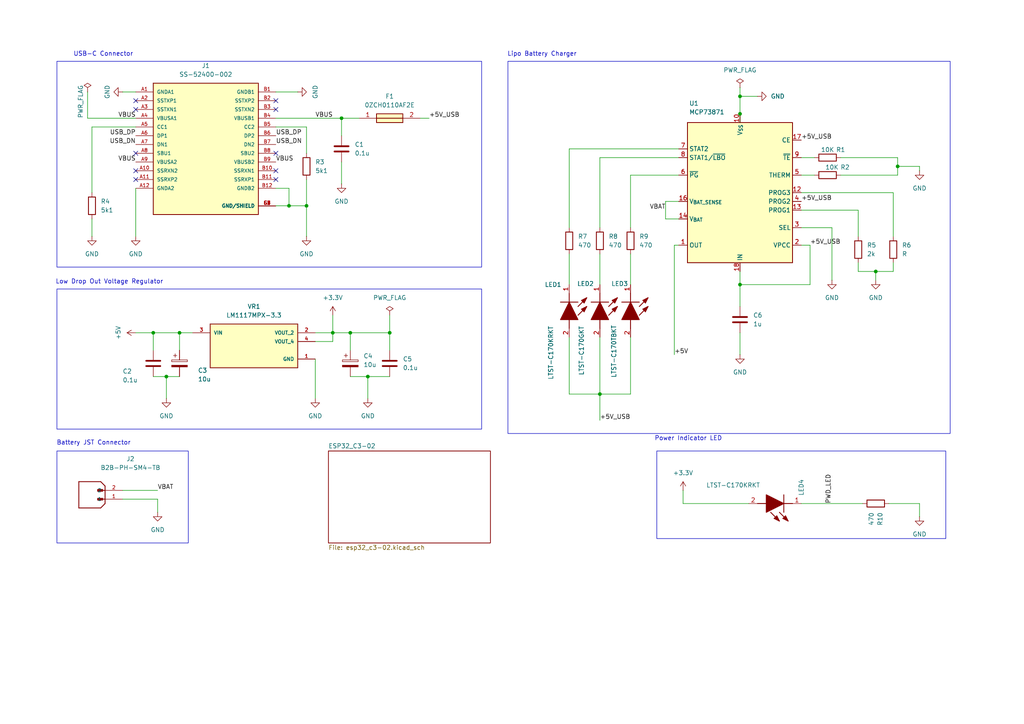
<source format=kicad_sch>
(kicad_sch (version 20250114) (generator "eeschema") (generator_version "9.0")
  (paper "A4")
  (title_block (title "ESP32 Sensor Board") (date "2025-04-18") (company "MCC") (comment 1 "test") (comment 2 "test2") (comment 3 "test3"))
  (lib_symbols
    (symbol "0ZCH0110AF2E:0ZCH0110AF2E" (pin_names (hide yes))
      (property "Reference" "F" (at 13.97 6.35 0))
      (property "Value" "0ZCH0110AF2E" (at 13.97 3.81 0))
      (symbol "0ZCH0110AF2E_1_1"
        (rectangle (start 5.08 1.27) (end 12.7 -1.27) (stroke (width 0.254)) (fill (type background)))
        (polyline (pts (xy 5.08 0) (xy 12.7 0)) (stroke (width 0.254)))
        (pin passive line (at 0 0 0) (length 5.08) (name "1") (number "1"))
        (pin passive line (at 17.78 0 180) (length 5.08) (name "2") (number "2"))
      )
    )
    (symbol "B2B-PH-SM4-TB:B2B-PH-SM4-TB" (pin_names (offset 1.016))
      (property "Reference" "J" (at 0 6.35 0))
      (property "Value" "B2B-PH-SM4-TB" (at 0 -5.08 0))
      (symbol "B2B-PH-SM4-TB_0_0"
        (polyline (pts (xy 0 3.81) (xy 0 2.54)) (stroke (width 0.254)))
        (polyline (pts (xy 0 3.81) (xy 1.27 5.08)) (stroke (width 0.254)))
        (polyline (pts (xy 0 2.54) (xy 0 -1.27)) (stroke (width 0.254)))
        (polyline (pts (xy 0 2.54) (xy 1.905 2.54)) (stroke (width 0.254)))
        (polyline (pts (xy 0 0) (xy 1.905 0)) (stroke (width 0.254)))
        (polyline (pts (xy 0 -1.27) (xy 1.27 -2.54)) (stroke (width 0.254)))
        (rectangle (start 0.635 2.2225) (end 2.2225 2.8575) (stroke (width 0.1)) (fill (type outline)))
        (rectangle (start 0.635 -0.3175) (end 2.2225 0.3175) (stroke (width 0.1)) (fill (type outline)))
        (polyline (pts (xy 1.27 -2.54) (xy 7.62 -2.54)) (stroke (width 0.254)))
        (polyline (pts (xy 7.62 5.08) (xy 1.27 5.08)) (stroke (width 0.254)))
        (polyline (pts (xy 7.62 -2.54) (xy 7.62 5.08)) (stroke (width 0.254)))
        (pin passive line (at -5.08 2.54 0) (length 5.08) (name "1") (number "1"))
        (pin passive line (at -5.08 0 0) (length 5.08) (name "2") (number "2"))
      )
    )
    (symbol "Battery_Management:MCP73871"
      (property "Reference" "U" (at -7.62 24.13 0))
      (property "Value" "MCP73871" (at -15.24 21.59 0))
      (symbol "MCP73871_0_1"
        (rectangle (start -15.24 20.32) (end 15.24 -20.32) (stroke (width 0.254)) (fill (type background)))
      )
      (symbol "MCP73871_1_1"
        (pin input line (at -17.78 15.24 0) (length 2.54) (name "VPCC") (number "2"))
        (pin input line (at -17.78 10.16 0) (length 2.54) (name "SEL") (number "3"))
        (pin bidirectional line (at -17.78 5.08 0) (length 2.54) (name "PROG1") (number "13"))
        (pin input line (at -17.78 2.54 0) (length 2.54) (name "PROG2") (number "4"))
        (pin bidirectional line (at -17.78 0 0) (length 2.54) (name "PROG3") (number "12"))
        (pin bidirectional line (at -17.78 -5.08 0) (length 2.54) (name "THERM") (number "5"))
        (pin input line (at -17.78 -10.16 0) (length 2.54) (name "~{TE}") (number "9"))
        (pin input line (at -17.78 -15.24 0) (length 2.54) (name "CE") (number "17"))
        (pin power_in line (at 0 22.86 270) (length 2.54) (name "IN") (number "18"))
        (pin passive line (at 0 22.86 270) (length 2.54) (hide yes) (name "IN") (number "19"))
        (pin power_in line (at 0 -22.86 90) (length 2.54) (name "V_{SS}") (number "10"))
        (pin passive line (at 0 -22.86 90) (length 2.54) (hide yes) (name "V_{SS}") (number "11"))
        (pin passive line (at 0 -22.86 90) (length 2.54) (hide yes) (name "V_{SS}") (number "21"))
        (pin power_out line (at 17.78 15.24 180) (length 2.54) (name "OUT") (number "1"))
        (pin passive line (at 17.78 15.24 180) (length 2.54) (hide yes) (name "OUT") (number "20"))
        (pin power_out line (at 17.78 7.62 180) (length 2.54) (name "V_{BAT}") (number "14"))
        (pin passive line (at 17.78 7.62 180) (length 2.54) (hide yes) (name "V_{BAT}") (number "15"))
        (pin input line (at 17.78 2.54 180) (length 2.54) (name "V_{BAT_SENSE}") (number "16"))
        (pin open_collector line (at 17.78 -5.08 180) (length 2.54) (name "~{PG}") (number "6"))
        (pin open_collector line (at 17.78 -10.16 180) (length 2.54) (name "STAT1/~{LBO}") (number "8"))
        (pin open_collector line (at 17.78 -12.7 180) (length 2.54) (name "STAT2") (number "7"))
      )
    )
    (symbol "Device:C" (pin_numbers (hide yes)) (pin_names (offset 0.254))
      (property "Reference" "C" (at 0.635 2.54 0))
      (property "Value" "C" (at 0.635 -2.54 0))
      (symbol "C_0_1"
        (polyline (pts (xy -2.032 0.762) (xy 2.032 0.762)) (stroke (width 0.508)))
        (polyline (pts (xy -2.032 -0.762) (xy 2.032 -0.762)) (stroke (width 0.508)))
      )
      (symbol "C_1_1"
        (pin passive line (at 0 3.81 270) (length 2.794) (name "~") (number "1"))
        (pin passive line (at 0 -3.81 90) (length 2.794) (name "~") (number "2"))
      )
    )
    (symbol "Device:C_Polarized" (pin_numbers (hide yes)) (pin_names (offset 0.254))
      (property "Reference" "C" (at 0.635 2.54 0))
      (property "Value" "C_Polarized" (at 0.635 -2.54 0))
      (symbol "C_Polarized_0_1"
        (rectangle (start -2.286 0.508) (end 2.286 1.016))
        (polyline (pts (xy -1.778 2.286) (xy -0.762 2.286)))
        (polyline (pts (xy -1.27 2.794) (xy -1.27 1.778)))
        (rectangle (start 2.286 -0.508) (end -2.286 -1.016) (fill (type outline)))
      )
      (symbol "C_Polarized_1_1"
        (pin passive line (at 0 3.81 270) (length 2.794) (name "~") (number "1"))
        (pin passive line (at 0 -3.81 90) (length 2.794) (name "~") (number "2"))
      )
    )
    (symbol "Device:R" (pin_numbers (hide yes)) (pin_names (offset 0))
      (property "Reference" "R" (at 2.032 0 90))
      (property "Value" "R" (at 0 0 90))
      (symbol "R_0_1"
        (rectangle (start -1.016 -2.54) (end 1.016 2.54) (stroke (width 0.254)))
      )
      (symbol "R_1_1"
        (pin passive line (at 0 3.81 270) (length 1.27) (name "~") (number "1"))
        (pin passive line (at 0 -3.81 90) (length 1.27) (name "~") (number "2"))
      )
    )
    (symbol "LM1117MPX-3.3:LM1117MPX-3.3" (pin_names (offset 1.016))
      (property "Reference" "VR" (at -12.7 6.08 0))
      (property "Value" "LM1117MPX-3.3" (at -12.7 -9.08 0))
      (symbol "LM1117MPX-3.3_0_0"
        (rectangle (start -12.7 -7.62) (end 12.7 5.08) (stroke (width 0.254)) (fill (type background)))
        (pin power_in line (at -17.78 2.54 0) (length 5.08) (name "VIN") (number "3"))
        (pin power_in line (at 17.78 2.54 180) (length 5.08) (name "VOUT_2") (number "2"))
        (pin power_in line (at 17.78 0 180) (length 5.08) (name "VOUT_4") (number "4"))
        (pin power_in line (at 17.78 -5.08 180) (length 5.08) (name "GND") (number "1"))
      )
    )
    (symbol "LTST-C170GKT:LTST-C170GKT" (pin_names (hide yes))
      (property "Reference" "LED" (at 12.7 8.89 0))
      (property "Value" "LTST-C170GKT" (at 12.7 6.35 0))
      (symbol "LTST-C170GKT_1_1"
        (polyline (pts (xy 2.54 0) (xy 5.08 0)) (stroke (width 0.254)))
        (polyline (pts (xy 5.08 2.54) (xy 5.08 -2.54)) (stroke (width 0.254)))
        (polyline (pts (xy 5.08 0) (xy 10.16 2.54) (xy 10.16 -2.54) (xy 5.08 0)) (stroke (width 0.254)) (fill (type outline)))
        (polyline (pts (xy 5.334 4.318) (xy 4.572 3.556) (xy 3.81 5.08) (xy 5.334 4.318)) (stroke (width 0.254)) (fill (type outline)))
        (polyline (pts (xy 6.35 2.54) (xy 3.81 5.08)) (stroke (width 0.254)))
        (polyline (pts (xy 7.874 4.318) (xy 7.112 3.556) (xy 6.35 5.08) (xy 7.874 4.318)) (stroke (width 0.254)) (fill (type outline)))
        (polyline (pts (xy 8.89 2.54) (xy 6.35 5.08)) (stroke (width 0.254)))
        (polyline (pts (xy 10.16 0) (xy 12.7 0)) (stroke (width 0.254)))
        (pin passive line (at 0 0 0) (length 2.54) (name "K") (number "1"))
        (pin passive line (at 15.24 0 180) (length 2.54) (name "A") (number "2"))
      )
    )
    (symbol "LTST-C170KRKT:LTST-C170KRKT" (pin_names (hide yes))
      (property "Reference" "LED" (at 12.7 8.89 0))
      (property "Value" "LTST-C170KRKT" (at 12.7 6.35 0))
      (symbol "LTST-C170KRKT_1_1"
        (polyline (pts (xy 2.54 0) (xy 5.08 0)) (stroke (width 0.254)))
        (polyline (pts (xy 5.08 2.54) (xy 5.08 -2.54)) (stroke (width 0.254)))
        (polyline (pts (xy 5.08 0) (xy 10.16 2.54) (xy 10.16 -2.54) (xy 5.08 0)) (stroke (width 0.254)) (fill (type outline)))
        (polyline (pts (xy 5.334 4.318) (xy 4.572 3.556) (xy 3.81 5.08) (xy 5.334 4.318)) (stroke (width 0.254)) (fill (type outline)))
        (polyline (pts (xy 6.35 2.54) (xy 3.81 5.08)) (stroke (width 0.254)))
        (polyline (pts (xy 7.874 4.318) (xy 7.112 3.556) (xy 6.35 5.08) (xy 7.874 4.318)) (stroke (width 0.254)) (fill (type outline)))
        (polyline (pts (xy 8.89 2.54) (xy 6.35 5.08)) (stroke (width 0.254)))
        (polyline (pts (xy 10.16 0) (xy 12.7 0)) (stroke (width 0.254)))
        (pin passive line (at 0 0 0) (length 2.54) (name "K") (number "1"))
        (pin passive line (at 15.24 0 180) (length 2.54) (name "A") (number "2"))
      )
    )
    (symbol "LTST-C170TBKT:LTST-C170TBKT" (pin_names (hide yes))
      (property "Reference" "LED" (at 12.7 8.89 0))
      (property "Value" "LTST-C170TBKT" (at 12.7 6.35 0))
      (symbol "LTST-C170TBKT_1_1"
        (polyline (pts (xy 2.54 0) (xy 5.08 0)) (stroke (width 0.254)))
        (polyline (pts (xy 5.08 2.54) (xy 5.08 -2.54)) (stroke (width 0.254)))
        (polyline (pts (xy 5.08 0) (xy 10.16 2.54) (xy 10.16 -2.54) (xy 5.08 0)) (stroke (width 0.254)) (fill (type outline)))
        (polyline (pts (xy 5.334 4.318) (xy 4.572 3.556) (xy 3.81 5.08) (xy 5.334 4.318)) (stroke (width 0.254)) (fill (type outline)))
        (polyline (pts (xy 6.35 2.54) (xy 3.81 5.08)) (stroke (width 0.254)))
        (polyline (pts (xy 7.874 4.318) (xy 7.112 3.556) (xy 6.35 5.08) (xy 7.874 4.318)) (stroke (width 0.254)) (fill (type outline)))
        (polyline (pts (xy 8.89 2.54) (xy 6.35 5.08)) (stroke (width 0.254)))
        (polyline (pts (xy 10.16 0) (xy 12.7 0)) (stroke (width 0.254)))
        (pin passive line (at 0 0 0) (length 2.54) (name "K") (number "1"))
        (pin passive line (at 15.24 0 180) (length 2.54) (name "A") (number "2"))
      )
    )
    (symbol "SS-52400-002:SS-52400-002" (pin_names (offset 1.016))
      (property "Reference" "J" (at -15.24 19.05 0))
      (property "Value" "SS-52400-002" (at -15.24 -22.86 0))
      (symbol "SS-52400-002_0_0"
        (rectangle (start -15.24 -20.32) (end 15.24 17.78) (stroke (width 0.254)) (fill (type background)))
        (pin power_in line (at -20.32 15.24 0) (length 5.08) (name "GNDA1") (number "A1"))
        (pin bidirectional line (at -20.32 12.7 0) (length 5.08) (name "SSTXP1") (number "A2"))
        (pin bidirectional line (at -20.32 10.16 0) (length 5.08) (name "SSTXN1") (number "A3"))
        (pin power_in line (at -20.32 7.62 0) (length 5.08) (name "VBUSA1") (number "A4"))
        (pin bidirectional line (at -20.32 5.08 0) (length 5.08) (name "CC1") (number "A5"))
        (pin bidirectional line (at -20.32 2.54 0) (length 5.08) (name "DP1") (number "A6"))
        (pin bidirectional line (at -20.32 0 0) (length 5.08) (name "DN1") (number "A7"))
        (pin bidirectional line (at -20.32 -2.54 0) (length 5.08) (name "SBU1") (number "A8"))
        (pin power_in line (at -20.32 -5.08 0) (length 5.08) (name "VBUSA2") (number "A9"))
        (pin bidirectional line (at -20.32 -7.62 0) (length 5.08) (name "SSRXN2") (number "A10"))
        (pin bidirectional line (at -20.32 -10.16 0) (length 5.08) (name "SSRXP2") (number "A11"))
        (pin power_in line (at -20.32 -12.7 0) (length 5.08) (name "GNDA2") (number "A12"))
        (pin power_in line (at 20.32 15.24 180) (length 5.08) (name "GNDB1") (number "B1"))
        (pin bidirectional line (at 20.32 12.7 180) (length 5.08) (name "SSTXP2") (number "B2"))
        (pin bidirectional line (at 20.32 10.16 180) (length 5.08) (name "SSTXN2") (number "B3"))
        (pin power_in line (at 20.32 7.62 180) (length 5.08) (name "VBUSB1") (number "B4"))
        (pin bidirectional line (at 20.32 5.08 180) (length 5.08) (name "CC2") (number "B5"))
        (pin bidirectional line (at 20.32 2.54 180) (length 5.08) (name "DP2") (number "B6"))
        (pin bidirectional line (at 20.32 0 180) (length 5.08) (name "DN2") (number "B7"))
        (pin bidirectional line (at 20.32 -2.54 180) (length 5.08) (name "SBU2") (number "B8"))
        (pin power_in line (at 20.32 -5.08 180) (length 5.08) (name "VBUSB2") (number "B9"))
        (pin bidirectional line (at 20.32 -7.62 180) (length 5.08) (name "SSRXN1") (number "B10"))
        (pin bidirectional line (at 20.32 -10.16 180) (length 5.08) (name "SSRXP1") (number "B11"))
        (pin power_in line (at 20.32 -12.7 180) (length 5.08) (name "GNDB2") (number "B12"))
        (pin power_in line (at 20.32 -17.78 180) (length 5.08) (name "GND/SHIELD") (number "G1"))
        (pin power_in line (at 20.32 -17.78 180) (length 5.08) (name "GND/SHIELD") (number "G2"))
        (pin power_in line (at 20.32 -17.78 180) (length 5.08) (name "GND/SHIELD") (number "G3"))
        (pin power_in line (at 20.32 -17.78 180) (length 5.08) (name "GND/SHIELD") (number "G4"))
        (pin power_in line (at 20.32 -17.78 180) (length 5.08) (name "GND/SHIELD") (number "S1"))
        (pin power_in line (at 20.32 -17.78 180) (length 5.08) (name "GND/SHIELD") (number "S2"))
        (pin power_in line (at 20.32 -17.78 180) (length 5.08) (name "GND/SHIELD") (number "S3"))
        (pin power_in line (at 20.32 -17.78 180) (length 5.08) (name "GND/SHIELD") (number "S4"))
      )
    )
    (symbol "power:+3.3V" (power) (pin_numbers (hide yes)) (pin_names (offset 0) (hide yes))
      (property "Value" "+3.3V" (at 0 3.556 0))
      (symbol "+3.3V_0_1"
        (polyline (pts (xy -0.762 1.27) (xy 0 2.54)))
        (polyline (pts (xy 0 2.54) (xy 0.762 1.27)))
        (polyline (pts (xy 0 0) (xy 0 2.54)))
      )
      (symbol "+3.3V_1_1"
        (pin power_in line (at 0 0 90) (length 0) (name "~") (number "1"))
      )
    )
    (symbol "power:+5V" (power) (pin_numbers (hide yes)) (pin_names (offset 0) (hide yes))
      (property "Value" "+5V" (at 0 3.556 0))
      (symbol "+5V_0_1"
        (polyline (pts (xy -0.762 1.27) (xy 0 2.54)))
        (polyline (pts (xy 0 2.54) (xy 0.762 1.27)))
        (polyline (pts (xy 0 0) (xy 0 2.54)))
      )
      (symbol "+5V_1_1"
        (pin power_in line (at 0 0 90) (length 0) (name "~") (number "1"))
      )
    )
    (symbol "power:GND" (power) (pin_numbers (hide yes)) (pin_names (offset 0) (hide yes))
      (property "Value" "GND" (at 0 -3.81 0))
      (symbol "GND_0_1"
        (polyline (pts (xy 0 0) (xy 0 -1.27) (xy 1.27 -1.27) (xy 0 -2.54) (xy -1.27 -1.27) (xy 0 -1.27)))
      )
      (symbol "GND_1_1"
        (pin power_in line (at 0 0 270) (length 0) (name "~") (number "1"))
      )
    )
    (symbol "power:PWR_FLAG" (power) (pin_numbers (hide yes)) (pin_names (offset 0) (hide yes))
      (property "Value" "PWR_FLAG" (at 0 3.81 0))
      (symbol "PWR_FLAG_0_0"
        (pin power_out line (at 0 0 90) (length 0) (name "~") (number "1"))
      )
      (symbol "PWR_FLAG_0_1"
        (polyline (pts (xy 0 0) (xy 0 1.27) (xy -1.016 1.905) (xy 0 2.54) (xy 1.016 1.905) (xy 0 1.27)))
      )
    )
  )
  (rectangle (start 16.51 83.82) (end 139.7 124.46))
  (rectangle (start 147.32 17.78) (end 275.59 125.73))
  (rectangle (start 16.51 130.81) (end 54.61 157.48))
  (rectangle (start 16.51 17.78) (end 139.7 77.47))
  (rectangle (start 190.5 130.81) (end 274.32 156.21))
  (text "Low Drop Out Voltage Regulator" (at 31.75 81.788 0) (effects (font (size 1.27 1.27))))
  (text "Battery JST Connector" (at 27.178 128.524 0) (effects (font (size 1.27 1.27))))
  (text "Power Indicator LED" (at 199.644 127.254 0) (effects (font (size 1.27 1.27))))
  (text "Lipo Battery Charger" (at 157.226 15.748 0) (effects (font (size 1.27 1.27))))
  (text "USB-C Connector" (at 29.972 15.748 0) (effects (font (size 1.27 1.27))))
  (junction (at 214.63 82.55))
  (junction (at 48.26 109.22))
  (junction (at 83.82 59.69))
  (junction (at 52.07 96.52))
  (junction (at 254 78.74))
  (junction (at 214.63 27.94))
  (junction (at 96.52 96.52))
  (junction (at 113.03 96.52))
  (junction (at 260.35 48.26))
  (junction (at 101.6 96.52))
  (junction (at 99.06 34.29))
  (junction (at 173.99 114.3))
  (junction (at 106.68 109.22))
  (junction (at 44.45 96.52))
  (junction (at 214.63 33.02))
  (junction (at 88.9 59.69))
  (no_connect (at 39.37 29.21))
  (no_connect (at 39.37 31.75))
  (no_connect (at 80.01 49.53))
  (no_connect (at 80.01 31.75))
  (no_connect (at 80.01 44.45))
  (no_connect (at 39.37 52.07))
  (no_connect (at 39.37 49.53))
  (no_connect (at 80.01 52.07))
  (no_connect (at 39.37 44.45))
  (no_connect (at 80.01 29.21))
  (wire (pts (xy 196.85 58.42) (xy 193.04 58.42)))
  (wire (pts (xy 113.03 91.44) (xy 113.03 96.52)))
  (wire (pts (xy 260.35 45.72) (xy 260.35 48.26)))
  (wire (pts (xy 173.99 73.66) (xy 173.99 82.55)))
  (wire (pts (xy 165.1 43.18) (xy 196.85 43.18)))
  (wire (pts (xy 182.88 97.79) (xy 182.88 114.3)))
  (wire (pts (xy 254 78.74) (xy 259.08 78.74)))
  (wire (pts (xy 259.08 55.88) (xy 259.08 68.58)))
  (wire (pts (xy 173.99 45.72) (xy 196.85 45.72)))
  (wire (pts (xy 26.67 55.88) (xy 26.67 36.83)))
  (wire (pts (xy 165.1 97.79) (xy 165.1 114.3)))
  (wire (pts (xy 259.08 78.74) (xy 259.08 76.2)))
  (wire (pts (xy 101.6 96.52) (xy 113.03 96.52)))
  (wire (pts (xy 83.82 59.69) (xy 88.9 59.69)))
  (wire (pts (xy 234.95 71.12) (xy 234.95 82.55)))
  (wire (pts (xy 121.92 34.29) (xy 124.46 34.29)))
  (wire (pts (xy 214.63 25.4) (xy 214.63 27.94)))
  (wire (pts (xy 214.63 35.56) (xy 214.63 33.02)))
  (wire (pts (xy 44.45 96.52) (xy 44.45 101.6)))
  (wire (pts (xy 101.6 109.22) (xy 106.68 109.22)))
  (wire (pts (xy 195.58 71.12) (xy 195.58 102.87)))
  (wire (pts (xy 198.12 146.05) (xy 217.17 146.05)))
  (wire (pts (xy 232.41 50.8) (xy 236.22 50.8)))
  (wire (pts (xy 214.63 96.52) (xy 214.63 102.87)))
  (wire (pts (xy 165.1 114.3) (xy 173.99 114.3)))
  (wire (pts (xy 248.92 78.74) (xy 254 78.74)))
  (wire (pts (xy 48.26 109.22) (xy 48.26 115.57)))
  (wire (pts (xy 214.63 78.74) (xy 214.63 82.55)))
  (wire (pts (xy 52.07 101.6) (xy 52.07 96.52)))
  (wire (pts (xy 250.19 146.05) (xy 232.41 146.05)))
  (wire (pts (xy 80.01 34.29) (xy 99.06 34.29)))
  (wire (pts (xy 173.99 121.92) (xy 173.99 114.3)))
  (wire (pts (xy 26.67 36.83) (xy 39.37 36.83)))
  (wire (pts (xy 26.67 63.5) (xy 26.67 68.58)))
  (wire (pts (xy 214.63 27.94) (xy 214.63 33.02)))
  (wire (pts (xy 198.12 146.05) (xy 198.12 142.24)))
  (wire (pts (xy 52.07 96.52) (xy 55.88 96.52)))
  (wire (pts (xy 173.99 114.3) (xy 173.99 97.79)))
  (wire (pts (xy 196.85 71.12) (xy 195.58 71.12)))
  (wire (pts (xy 232.41 45.72) (xy 236.22 45.72)))
  (wire (pts (xy 232.41 66.04) (xy 241.3 66.04)))
  (wire (pts (xy 44.45 96.52) (xy 52.07 96.52)))
  (wire (pts (xy 214.63 82.55) (xy 214.63 88.9)))
  (wire (pts (xy 165.1 73.66) (xy 165.1 82.55)))
  (wire (pts (xy 99.06 46.99) (xy 99.06 53.34)))
  (wire (pts (xy 83.82 54.61) (xy 83.82 59.69)))
  (wire (pts (xy 254 78.74) (xy 254 81.28)))
  (wire (pts (xy 257.81 146.05) (xy 266.7 146.05)))
  (wire (pts (xy 88.9 59.69) (xy 88.9 68.58)))
  (wire (pts (xy 193.04 63.5) (xy 196.85 63.5)))
  (wire (pts (xy 113.03 96.52) (xy 113.03 101.6)))
  (wire (pts (xy 88.9 44.45) (xy 88.9 36.83)))
  (wire (pts (xy 25.4 34.29) (xy 39.37 34.29)))
  (wire (pts (xy 39.37 54.61) (xy 39.37 68.58)))
  (wire (pts (xy 243.84 45.72) (xy 260.35 45.72)))
  (wire (pts (xy 106.68 109.22) (xy 113.03 109.22)))
  (wire (pts (xy 241.3 66.04) (xy 241.3 81.28)))
  (wire (pts (xy 243.84 50.8) (xy 260.35 50.8)))
  (wire (pts (xy 88.9 52.07) (xy 88.9 59.69)))
  (wire (pts (xy 193.04 58.42) (xy 193.04 63.5)))
  (wire (pts (xy 39.37 96.52) (xy 44.45 96.52)))
  (wire (pts (xy 96.52 99.06) (xy 96.52 96.52)))
  (wire (pts (xy 101.6 96.52) (xy 101.6 101.6)))
  (wire (pts (xy 260.35 48.26) (xy 260.35 50.8)))
  (wire (pts (xy 173.99 114.3) (xy 182.88 114.3)))
  (wire (pts (xy 48.26 109.22) (xy 52.07 109.22)))
  (wire (pts (xy 173.99 66.04) (xy 173.99 45.72)))
  (wire (pts (xy 182.88 50.8) (xy 196.85 50.8)))
  (wire (pts (xy 80.01 26.67) (xy 86.36 26.67)))
  (wire (pts (xy 234.95 71.12) (xy 232.41 71.12)))
  (wire (pts (xy 260.35 48.26) (xy 266.7 48.26)))
  (wire (pts (xy 266.7 49.53) (xy 266.7 48.26)))
  (wire (pts (xy 25.4 26.67) (xy 25.4 34.29)))
  (wire (pts (xy 106.68 109.22) (xy 106.68 115.57)))
  (wire (pts (xy 165.1 66.04) (xy 165.1 43.18)))
  (wire (pts (xy 248.92 60.96) (xy 248.92 68.58)))
  (wire (pts (xy 214.63 27.94) (xy 219.71 27.94)))
  (wire (pts (xy 96.52 91.44) (xy 96.52 96.52)))
  (wire (pts (xy 35.56 142.24) (xy 45.72 142.24)))
  (wire (pts (xy 80.01 54.61) (xy 83.82 54.61)))
  (wire (pts (xy 91.44 104.14) (xy 91.44 115.57)))
  (wire (pts (xy 45.72 144.78) (xy 45.72 148.59)))
  (wire (pts (xy 248.92 76.2) (xy 248.92 78.74)))
  (wire (pts (xy 35.56 144.78) (xy 45.72 144.78)))
  (wire (pts (xy 88.9 36.83) (xy 80.01 36.83)))
  (wire (pts (xy 91.44 99.06) (xy 96.52 99.06)))
  (wire (pts (xy 182.88 66.04) (xy 182.88 50.8)))
  (wire (pts (xy 99.06 34.29) (xy 99.06 39.37)))
  (wire (pts (xy 99.06 34.29) (xy 104.14 34.29)))
  (wire (pts (xy 44.45 109.22) (xy 48.26 109.22)))
  (wire (pts (xy 266.7 146.05) (xy 266.7 149.86)))
  (wire (pts (xy 96.52 96.52) (xy 101.6 96.52)))
  (wire (pts (xy 234.95 82.55) (xy 214.63 82.55)))
  (wire (pts (xy 182.88 73.66) (xy 182.88 82.55)))
  (wire (pts (xy 35.56 26.67) (xy 39.37 26.67)))
  (wire (pts (xy 91.44 96.52) (xy 96.52 96.52)))
  (wire (pts (xy 80.01 59.69) (xy 83.82 59.69)))
  (wire (pts (xy 232.41 55.88) (xy 259.08 55.88)))
  (wire (pts (xy 232.41 60.96) (xy 248.92 60.96)))
  (label "+5V_USB" (at 232.41 58.42 0))
  (label "USB_DP" (at 39.37 39.37 180))
  (label "+5V_USB" (at 124.46 34.29 0))
  (label "USB_DP" (at 80.01 39.37 0))
  (label "VBUS" (at 39.37 34.29 180))
  (label "+5V_USB" (at 173.99 121.92 0))
  (label "+5V" (at 195.58 102.87 0))
  (label "+5V_USB" (at 234.95 71.12 0))
  (label "+5V_USB" (at 232.41 40.64 0))
  (label "VBUS" (at 39.37 46.99 180))
  (label "VBUS" (at 91.44 34.29 0))
  (label "USB_DN" (at 39.37 41.91 180))
  (label "VBAT" (at 193.04 60.96 180))
  (label "PWD_LED" (at 241.3 146.05 90))
  (label "VBAT" (at 45.72 142.24 0))
  (label "VBUS" (at 80.01 46.99 0))
  (label "USB_DN" (at 80.01 41.91 0))
  (symbol (lib_id "power:GND") (at 91.44 115.57 0) (unit 1)
    (property "Reference" "#PWR014" (effects (hide yes)))
    (property "Value" "GND" (at 91.44 120.65 0))
    (property "Description" "Power symbol creates a global label with name \"GND\" , ground" (effects (hide yes)))
  )
  (symbol (lib_id "LM1117MPX-3.3:LM1117MPX-3.3") (at 73.66 99.06 0) (unit 1)
    (property "Reference" "VR1" (at 73.66 88.9 0))
    (property "Value" "LM1117MPX-3.3" (at 73.66 91.44 0))
    (property "Footprint" "LM1117MPX-3.3:VREG_LM1117MPX-3.3" (effects (hide yes)))
    (property "MF" "onsemi" (effects (hide yes)))
    (property "DESCRIPTION" "800-mA 15-V linear voltage regulator 4-SOT-223" (effects (hide yes)))
    (property "PACKAGE" "SOT-223-4 Texas Instruments" (effects (hide yes)))
    (property "PRICE" "None" (effects (hide yes)))
    (property "Package" "SOT-223-4 ON Semiconductor" (effects (hide yes)))
    (property "Check_prices" "https://www.snapeda.com/parts/LM1117MPX-33NOPB/Onsemi/view-part/?ref=eda" (effects (hide yes)))
    (property "Price" "None" (effects (hide yes)))
    (property "SnapEDA_Link" "https://www.snapeda.com/parts/LM1117MPX-33NOPB/Onsemi/view-part/?ref=snap" (effects (hide yes)))
    (property "MP" "LM1117MPX-33NOPB" (effects (hide yes)))
    (property "Description_1" "Linear Voltage Regulator IC Positive Fixed 1 Output 800mA SOT-223" (effects (hide yes)))
    (property "Availability" "In Stock" (effects (hide yes)))
    (property "AVAILABILITY" "Warning" (effects (hide yes)))
    (property "PURCHASE-URL" "https://pricing.snapeda.com/search/part/LM1117MPX-3.3/?ref=eda" (effects (hide yes)))
  )
  (symbol (lib_id "LTST-C170GKT:LTST-C170GKT") (at 173.99 82.55 270) (unit 1)
    (property "Reference" "LED2" (at 167.386 82.296 90) (effects (justify left)))
    (property "Value" "LTST-C170GKT" (at 168.656 94.488 0) (effects (justify left)))
    (property "Footprint" "LEDC2012X120N" (effects (hide yes)))
    (property "Datasheet" "https://mm.digikey.com/Volume0/opasdata/d220001/medias/docus/895/LTST-C170GKT.pdf" (effects (hide yes)))
    (property "Description" "LED,SMD,0805,Green,6mcd,130deg Lite-On LTST-C170GKT, CHIPLED 0805 Series Green LED, 569 nm 2012 (0805), Rectangle Lens SMD package" (effects (hide yes)))
    (property "Height" "1.2" (effects (hide yes)))
    (property "Manufacturer_Name" "Lite-On" (effects (hide yes)))
    (property "Manufacturer_Part_Number" "LTST-C170GKT" (effects (hide yes)))
    (property "Mouser Part Number" "859-LTST-C170GKT" (effects (hide yes)))
    (property "Mouser Price/Stock" "https://www.mouser.co.uk/ProductDetail/Lite-On/LTST-C170GKT?qs=%2FSqKn2EfXQSV5aRij3YIfQ%3D%3D" (effects (hide yes)))
    (property "Arrow Part Number" "LTST-C170GKT" (effects (hide yes)))
    (property "Arrow Price/Stock" "https://www.arrow.com/en/products/ltst-c170gkt/lite-on-technology?utm_currency=USD&region=nac" (effects (hide yes)))
  )
  (symbol (lib_id "Device:C_Polarized") (at 101.6 105.41 0) (unit 1)
    (property "Reference" "C4" (at 105.41 103.2509 0) (effects (justify left)))
    (property "Value" "10u" (at 105.41 105.7909 0) (effects (justify left)))
    (property "Description" "Polarized capacitor" (effects (hide yes)))
  )
  (symbol (lib_id "Device:C") (at 113.03 105.41 0) (unit 1)
    (property "Reference" "C5" (at 116.84 104.1399 0) (effects (justify left)))
    (property "Value" "0.1u" (at 116.84 106.6799 0) (effects (justify left)))
    (property "Description" "Unpolarized capacitor" (effects (hide yes)))
  )
  (symbol (lib_id "Device:R") (at 173.99 69.85 0) (unit 1)
    (property "Reference" "R8" (at 176.53 68.5799 0) (effects (justify left)))
    (property "Value" "470" (at 176.53 71.1199 0) (effects (justify left)))
    (property "Description" "Resistor" (effects (hide yes)))
  )
  (symbol (lib_id "power:GND") (at 254 81.28 0) (unit 1)
    (property "Reference" "#PWR02" (effects (hide yes)))
    (property "Value" "GND" (at 254 86.36 0))
    (property "Description" "Power symbol creates a global label with name \"GND\" , ground" (effects (hide yes)))
  )
  (symbol (lib_id "Device:C") (at 99.06 43.18 0) (unit 1)
    (property "Reference" "C1" (at 102.87 41.9099 0) (effects (justify left)))
    (property "Value" "0.1u" (at 102.87 44.4499 0) (effects (justify left)))
    (property "Description" "Unpolarized capacitor" (effects (hide yes)))
  )
  (symbol (lib_id "B2B-PH-SM4-TB:B2B-PH-SM4-TB") (at 30.48 142.24 180) (unit 1)
    (property "Reference" "J2" (at 37.846 133.096 0))
    (property "Value" "B2B-PH-SM4-TB" (at 37.846 135.636 0))
    (property "Footprint" "B2B-PH-SM4-TB:JST_B2B-PH-SM4-TB" (effects (hide yes)))
    (property "MF" "JST" (effects (hide yes)))
    (property "MAXIMUM_PACKAGE_HEIGHT" "6.6 mm" (effects (hide yes)))
    (property "Package" "NON STANDARD-2 JST" (effects (hide yes)))
    (property "Price" "None" (effects (hide yes)))
    (property "Check_prices" "https://www.snapeda.com/parts/B2B-PH-SM4-TB/JST/view-part/?ref=eda" (effects (hide yes)))
    (property "STANDARD" "Manufacturer Recommendations" (effects (hide yes)))
    (property "PARTREV" "N/A" (effects (hide yes)))
    (property "SnapEDA_Link" "https://www.snapeda.com/parts/B2B-PH-SM4-TB/JST/view-part/?ref=snap" (effects (hide yes)))
    (property "MP" "B2B-PH-SM4-TB" (effects (hide yes)))
    (property "Description_1" "Connector Header Surface Mount 2 position 0.079 (2.00mm)" (effects (hide yes)))
    (property "Availability" "In Stock" (effects (hide yes)))
    (property "MANUFACTURER" "JST" (effects (hide yes)))
  )
  (symbol (lib_id "Device:R") (at 88.9 48.26 0) (unit 1)
    (property "Reference" "R3" (at 91.44 46.9899 0) (effects (justify left)))
    (property "Value" "5k1" (at 91.44 49.5299 0) (effects (justify left)))
    (property "Description" "Resistor" (effects (hide yes)))
  )
  (symbol (lib_id "power:+3.3V") (at 198.12 142.24 0) (unit 1)
    (property "Reference" "#PWR017" (effects (hide yes)))
    (property "Value" "+3.3V" (at 198.12 137.16 0))
    (property "Description" "Power symbol creates a global label with name \"+3.3V\"" (effects (hide yes)))
  )
  (symbol (lib_id "Device:R") (at 240.03 50.8 90) (unit 1)
    (property "Reference" "R2" (at 245.11 48.514 90))
    (property "Value" "10K" (at 241.3 48.514 90))
    (property "Description" "Resistor" (effects (hide yes)))
  )
  (symbol (lib_id "power:GND") (at 45.72 148.59 0) (unit 1)
    (property "Reference" "#PWR016" (effects (hide yes)))
    (property "Value" "GND" (at 45.72 153.67 0))
    (property "Description" "Power symbol creates a global label with name \"GND\" , ground" (effects (hide yes)))
  )
  (symbol (lib_id "LTST-C170KRKT:LTST-C170KRKT") (at 232.41 146.05 180) (unit 1)
    (property "Reference" "LED4" (at 232.41 138.938 90) (effects (justify left)))
    (property "Value" "LTST-C170KRKT" (at 220.472 140.716 0) (effects (justify left)))
    (property "Footprint" "LEDC2012X120N" (effects (hide yes)))
    (property "Datasheet" "https://componentsearchengine.com/Datasheets/1/LTST-C170KRKT.pdf" (effects (hide yes)))
    (property "Description" "Standard LEDs - SMD Red Clear 631nm" (effects (hide yes)))
    (property "Height" "1.2" (effects (hide yes)))
    (property "Manufacturer_Name" "Lite-On" (effects (hide yes)))
    (property "Manufacturer_Part_Number" "LTST-C170KRKT" (effects (hide yes)))
    (property "Mouser Part Number" "859-LTST-C170KRKT" (effects (hide yes)))
    (property "Mouser Price/Stock" "https://www.mouser.co.uk/ProductDetail/Lite-On/LTST-C170KRKT?qs=NUb82WqeCyrVOID%2Fxt4rgA%3D%3D" (effects (hide yes)))
    (property "Arrow Part Number" "LTST-C170KRKT" (effects (hide yes)))
    (property "Arrow Price/Stock" "https://www.arrow.com/en/products/ltst-c170krkt/lite-on-technology?utm_currency=USD&region=nac" (effects (hide yes)))
  )
  (symbol (lib_id "power:PWR_FLAG") (at 25.4 26.67 0) (unit 1)
    (property "Reference" "#FLG03" (effects (hide yes)))
    (property "Value" "PWR_FLAG" (at 23.368 29.464 90))
    (property "Description" "Special symbol for telling ERC where power comes from" (effects (hide yes)))
  )
  (symbol (lib_id "power:GND") (at 39.37 68.58 0) (unit 1)
    (property "Reference" "#PWR05" (effects (hide yes)))
    (property "Value" "GND" (at 39.37 73.66 0))
    (property "Description" "Power symbol creates a global label with name \"GND\" , ground" (effects (hide yes)))
  )
  (symbol (lib_id "LTST-C170TBKT:LTST-C170TBKT") (at 182.88 82.55 270) (unit 1)
    (property "Reference" "LED3" (at 177.292 82.296 90) (effects (justify left)))
    (property "Value" "LTST-C170TBKT" (at 178.054 94.234 0) (effects (justify left)))
    (property "Footprint" "LEDC2012X120N" (effects (hide yes)))
    (property "Datasheet" "https://componentsearchengine.com/Datasheets/1/LTST-C170TBKT.pdf" (effects (hide yes)))
    (property "Description" "LED,SMD,0805,Blue,28mcd,130deg" (effects (hide yes)))
    (property "Height" "1.2" (effects (hide yes)))
    (property "Manufacturer_Name" "Lite-On" (effects (hide yes)))
    (property "Manufacturer_Part_Number" "LTST-C170TBKT" (effects (hide yes)))
    (property "Mouser Part Number" "859-LTST-C170TBKT" (effects (hide yes)))
    (property "Mouser Price/Stock" "https://www.mouser.co.uk/ProductDetail/Lite-On/LTST-C170TBKT?qs=0uL0gcxEMop2ooGmIUzw3A%3D%3D" (effects (hide yes)))
    (property "Arrow Part Number" "LTST-C170TBKT" (effects (hide yes)))
    (property "Arrow Price/Stock" "https://www.arrow.com/en/products/ltst-c170tbkt/lite-on-technology?utm_currency=USD&region=nac" (effects (hide yes)))
  )
  (symbol (lib_id "power:GND") (at 214.63 102.87 0) (unit 1)
    (property "Reference" "#PWR010" (effects (hide yes)))
    (property "Value" "GND" (at 214.63 107.95 0))
    (property "Description" "Power symbol creates a global label with name \"GND\" , ground" (effects (hide yes)))
  )
  (symbol (lib_id "power:GND") (at 99.06 53.34 0) (unit 1)
    (property "Reference" "#PWR08" (effects (hide yes)))
    (property "Value" "GND" (at 99.06 58.42 0))
    (property "Description" "Power symbol creates a global label with name \"GND\" , ground" (effects (hide yes)))
  )
  (symbol (lib_id "Device:R") (at 254 146.05 270) (unit 1)
    (property "Reference" "R10" (at 255.2701 148.59 0) (effects (justify left)))
    (property "Value" "470" (at 252.7301 148.59 0) (effects (justify left)))
    (property "Description" "Resistor" (effects (hide yes)))
  )
  (symbol (lib_id "SS-52400-002:SS-52400-002") (at 59.69 41.91 0) (unit 1)
    (property "Reference" "J1" (at 59.69 19.05 0))
    (property "Value" "SS-52400-002" (at 59.69 21.59 0))
    (property "Footprint" "SS-52400-002:BELFUSE_SS-52400-002" (effects (hide yes)))
    (property "MF" "Bel Fuse" (effects (hide yes)))
    (property "MAXIMUM_PACKAGE_HEIGHT" "2.96 mm" (effects (hide yes)))
    (property "Package" "None" (effects (hide yes)))
    (property "Price" "None" (effects (hide yes)))
    (property "Check_prices" "https://www.snapeda.com/parts/SS-52400-002/Bel+Circuit+Protection/view-part/?ref=eda" (effects (hide yes)))
    (property "STANDARD" "Manufacturer Recommendations" (effects (hide yes)))
    (property "PARTREV" "A0" (effects (hide yes)))
    (property "SnapEDA_Link" "https://www.snapeda.com/parts/SS-52400-002/Bel+Circuit+Protection/view-part/?ref=snap" (effects (hide yes)))
    (property "MP" "SS-52400-002" (effects (hide yes)))
    (property "Description_1" "USB Type-C Connector | USB 3.1 | 1 Port | Right Angle Receptacle | Shielded | 0.039 in (1.00mm) PCB Thickness" (effects (hide yes)))
    (property "Availability" "In Stock" (effects (hide yes)))
    (property "MANUFACTURER" "BelFuse" (effects (hide yes)))
  )
  (symbol (lib_id "Device:R") (at 26.67 59.69 0) (unit 1)
    (property "Reference" "R4" (at 29.21 58.4199 0) (effects (justify left)))
    (property "Value" "5k1" (at 29.21 60.9599 0) (effects (justify left)))
    (property "Description" "Resistor" (effects (hide yes)))
  )
  (symbol (lib_id "power:PWR_FLAG") (at 113.03 91.44 0) (unit 1)
    (property "Reference" "#FLG02" (effects (hide yes)))
    (property "Value" "PWR_FLAG" (at 113.03 86.36 0))
    (property "Description" "Special symbol for telling ERC where power comes from" (effects (hide yes)))
  )
  (symbol (lib_id "Device:R") (at 259.08 72.39 0) (unit 1)
    (property "Reference" "R6" (at 261.62 71.1199 0) (effects (justify left)))
    (property "Value" "R" (at 261.62 73.6599 0) (effects (justify left)))
    (property "Description" "Resistor" (effects (hide yes)))
  )
  (symbol (lib_id "power:GND") (at 26.67 68.58 0) (unit 1)
    (property "Reference" "#PWR04" (effects (hide yes)))
    (property "Value" "GND" (at 26.67 73.66 0))
    (property "Description" "Power symbol creates a global label with name \"GND\" , ground" (effects (hide yes)))
  )
  (symbol (lib_id "power:GND") (at 88.9 68.58 0) (unit 1)
    (property "Reference" "#PWR03" (effects (hide yes)))
    (property "Value" "GND" (at 88.9 73.66 0))
    (property "Description" "Power symbol creates a global label with name \"GND\" , ground" (effects (hide yes)))
  )
  (symbol (lib_id "power:GND") (at 266.7 49.53 0) (unit 1)
    (property "Reference" "#PWR01" (effects (hide yes)))
    (property "Value" "GND" (at 266.7 54.61 0))
    (property "Description" "Power symbol creates a global label with name \"GND\" , ground" (effects (hide yes)))
  )
  (symbol (lib_id "power:GND") (at 86.36 26.67 90) (unit 1)
    (property "Reference" "#PWR07" (effects (hide yes)))
    (property "Value" "GND" (at 91.44 26.67 0))
    (property "Description" "Power symbol creates a global label with name \"GND\" , ground" (effects (hide yes)))
  )
  (symbol (lib_id "Device:R") (at 182.88 69.85 0) (unit 1)
    (property "Reference" "R9" (at 185.42 68.5799 0) (effects (justify left)))
    (property "Value" "470" (at 185.42 71.1199 0) (effects (justify left)))
    (property "Description" "Resistor" (effects (hide yes)))
  )
  (symbol (lib_id "power:PWR_FLAG") (at 214.63 25.4 0) (unit 1)
    (property "Reference" "#FLG01" (effects (hide yes)))
    (property "Value" "PWR_FLAG" (at 214.63 20.32 0))
    (property "Description" "Special symbol for telling ERC where power comes from" (effects (hide yes)))
  )
  (symbol (lib_id "Device:R") (at 165.1 69.85 0) (unit 1)
    (property "Reference" "R7" (at 167.64 68.5799 0) (effects (justify left)))
    (property "Value" "470" (at 167.64 71.1199 0) (effects (justify left)))
    (property "Description" "Resistor" (effects (hide yes)))
  )
  (symbol (lib_id "Device:C_Polarized") (at 52.07 105.41 0) (unit 1)
    (property "Reference" "C3" (at 57.404 107.442 0) (effects (justify left)))
    (property "Value" "10u" (at 57.404 109.982 0) (effects (justify left)))
    (property "Description" "Polarized capacitor" (effects (hide yes)))
  )
  (symbol (lib_id "power:+5V") (at 39.37 96.52 90) (unit 1)
    (property "Reference" "#PWR015" (effects (hide yes)))
    (property "Value" "+5V" (at 34.29 96.52 0))
    (property "Description" "Power symbol creates a global label with name \"+5V\"" (effects (hide yes)))
  )
  (symbol (lib_id "Device:C") (at 44.45 105.41 0) (unit 1)
    (property "Reference" "C2" (at 35.56 107.696 0) (effects (justify left)))
    (property "Value" "0.1u" (at 35.56 110.236 0) (effects (justify left)))
    (property "Description" "Unpolarized capacitor" (effects (hide yes)))
  )
  (symbol (lib_id "power:GND") (at 48.26 115.57 0) (unit 1)
    (property "Reference" "#PWR011" (effects (hide yes)))
    (property "Value" "GND" (at 48.26 120.65 0))
    (property "Description" "Power symbol creates a global label with name \"GND\" , ground" (effects (hide yes)))
  )
  (symbol (lib_id "power:GND") (at 266.7 149.86 0) (unit 1)
    (property "Reference" "#PWR018" (effects (hide yes)))
    (property "Value" "GND" (at 266.7 154.94 0))
    (property "Description" "Power symbol creates a global label with name \"GND\" , ground" (effects (hide yes)))
  )
  (symbol (lib_id "power:GND") (at 35.56 26.67 270) (unit 1)
    (property "Reference" "#PWR06" (effects (hide yes)))
    (property "Value" "GND" (at 31.115 26.67 0))
    (property "Description" "Power symbol creates a global label with name \"GND\" , ground" (effects (hide yes)))
  )
  (symbol (lib_id "power:GND") (at 241.3 81.28 0) (unit 1)
    (property "Reference" "#PWR019" (effects (hide yes)))
    (property "Value" "GND" (at 241.3 86.36 0))
    (property "Description" "Power symbol creates a global label with name \"GND\" , ground" (effects (hide yes)))
  )
  (symbol (lib_id "0ZCH0110AF2E:0ZCH0110AF2E") (at 104.14 34.29 0) (unit 1)
    (property "Reference" "F1" (at 113.03 27.94 0))
    (property "Value" "0ZCH0110AF2E" (at 113.03 30.48 0))
    (property "Footprint" "FUSC3226X100N" (effects (hide yes)))
    (property "Datasheet" "https://www.belfuse.com/resources/datasheets/circuitprotection/ds-cp-0zch-series.pdf" (effects (hide yes)))
    (property "Description" "1210 SMT PPTC | 1.10 Ih | 16V" (effects (hide yes)))
    (property "Height" "1" (effects (hide yes)))
    (property "Manufacturer_Name" "Bel Circuit Protection" (effects (hide yes)))
    (property "Manufacturer_Part_Number" "0ZCH0110AF2E" (effects (hide yes)))
  )
  (symbol (lib_id "Device:C") (at 214.63 92.71 0) (unit 1)
    (property "Reference" "C6" (at 218.44 91.4399 0) (effects (justify left)))
    (property "Value" "1u" (at 218.44 93.9799 0) (effects (justify left)))
    (property "Description" "Unpolarized capacitor" (effects (hide yes)))
  )
  (symbol (lib_id "Device:R") (at 240.03 45.72 90) (unit 1)
    (property "Reference" "R1" (at 243.84 43.434 90))
    (property "Value" "10K" (at 240.03 43.434 90))
    (property "Description" "Resistor" (effects (hide yes)))
  )
  (symbol (lib_id "power:GND") (at 219.71 27.94 90) (unit 1)
    (property "Reference" "#PWR09" (effects (hide yes)))
    (property "Value" "GND" (at 223.52 27.9399 90) (effects (justify right)))
    (property "Description" "Power symbol creates a global label with name \"GND\" , ground" (effects (hide yes)))
  )
  (symbol (lib_id "LTST-C170KRKT:LTST-C170KRKT") (at 165.1 82.55 270) (unit 1)
    (property "Reference" "LED1" (at 157.988 82.55 90) (effects (justify left)))
    (property "Value" "LTST-C170KRKT" (at 159.766 94.488 0) (effects (justify left)))
    (property "Footprint" "LEDC2012X120N" (effects (hide yes)))
    (property "Datasheet" "https://componentsearchengine.com/Datasheets/1/LTST-C170KRKT.pdf" (effects (hide yes)))
    (property "Description" "Standard LEDs - SMD Red Clear 631nm" (effects (hide yes)))
    (property "Height" "1.2" (effects (hide yes)))
    (property "Manufacturer_Name" "Lite-On" (effects (hide yes)))
    (property "Manufacturer_Part_Number" "LTST-C170KRKT" (effects (hide yes)))
    (property "Mouser Part Number" "859-LTST-C170KRKT" (effects (hide yes)))
    (property "Mouser Price/Stock" "https://www.mouser.co.uk/ProductDetail/Lite-On/LTST-C170KRKT?qs=NUb82WqeCyrVOID%2Fxt4rgA%3D%3D" (effects (hide yes)))
    (property "Arrow Part Number" "LTST-C170KRKT" (effects (hide yes)))
    (property "Arrow Price/Stock" "https://www.arrow.com/en/products/ltst-c170krkt/lite-on-technology?utm_currency=USD&region=nac" (effects (hide yes)))
  )
  (symbol (lib_id "Device:R") (at 248.92 72.39 0) (unit 1)
    (property "Reference" "R5" (at 251.46 71.1199 0) (effects (justify left)))
    (property "Value" "2k" (at 251.46 73.6599 0) (effects (justify left)))
    (property "Description" "Resistor" (effects (hide yes)))
  )
  (symbol (lib_id "power:+3.3V") (at 96.52 91.44 0) (unit 1)
    (property "Reference" "#PWR012" (effects (hide yes)))
    (property "Value" "+3.3V" (at 96.52 86.36 0))
    (property "Description" "Power symbol creates a global label with name \"+3.3V\"" (effects (hide yes)))
  )
  (symbol (lib_id "power:GND") (at 106.68 115.57 0) (unit 1)
    (property "Reference" "#PWR013" (effects (hide yes)))
    (property "Value" "GND" (at 106.68 120.65 0))
    (property "Description" "Power symbol creates a global label with name \"GND\" , ground" (effects (hide yes)))
  )
  (symbol (lib_id "Battery_Management:MCP73871") (at 214.63 55.88 180) (unit 1)
    (property "Reference" "U1" (at 199.898 29.972 0) (effects (justify right)))
    (property "Value" "MCP73871" (at 199.898 32.512 0) (effects (justify right)))
    (property "Footprint" "Package_DFN_QFN:QFN-20-1EP_4x4mm_P0.5mm_EP2.5x2.5mm" (effects (hide yes)))
    (property "Datasheet" "http://www.mouser.com/ds/2/268/22090a-52174.pdf" (effects (hide yes)))
    (property "Description" "Single cell, Li-Ion/Li-Po charge management controller" (effects (hide yes)))
  )
  (sheet (at 95.25 130.81) (size 46.99 26.67) (stroke (width 0.1524))
    (property "Sheetname" "ESP32_C3-02" (at 95.25 130.0984 0) (effects (justify left bottom)))
    (property "Sheetfile" "esp32_c3-02.kicad_sch" (at 95.25 158.0646 0) (effects (justify left top)))
  )
)
</source>
